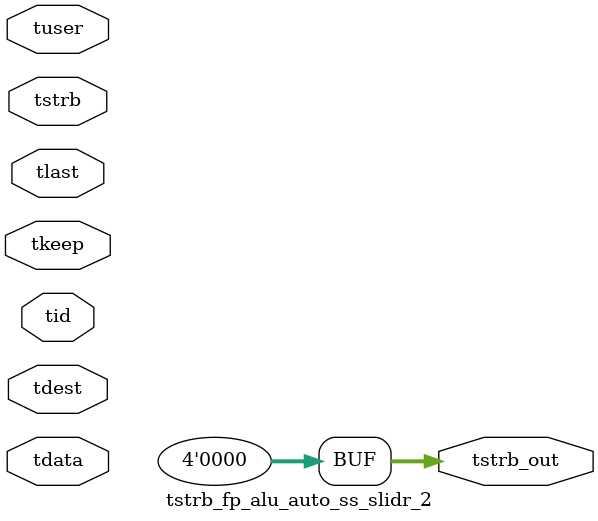
<source format=v>


`timescale 1ps/1ps

module tstrb_fp_alu_auto_ss_slidr_2 #
(
parameter C_S_AXIS_TDATA_WIDTH = 32,
parameter C_S_AXIS_TUSER_WIDTH = 0,
parameter C_S_AXIS_TID_WIDTH   = 0,
parameter C_S_AXIS_TDEST_WIDTH = 0,
parameter C_M_AXIS_TDATA_WIDTH = 32
)
(
input  [(C_S_AXIS_TDATA_WIDTH == 0 ? 1 : C_S_AXIS_TDATA_WIDTH)-1:0     ] tdata,
input  [(C_S_AXIS_TUSER_WIDTH == 0 ? 1 : C_S_AXIS_TUSER_WIDTH)-1:0     ] tuser,
input  [(C_S_AXIS_TID_WIDTH   == 0 ? 1 : C_S_AXIS_TID_WIDTH)-1:0       ] tid,
input  [(C_S_AXIS_TDEST_WIDTH == 0 ? 1 : C_S_AXIS_TDEST_WIDTH)-1:0     ] tdest,
input  [(C_S_AXIS_TDATA_WIDTH/8)-1:0 ] tkeep,
input  [(C_S_AXIS_TDATA_WIDTH/8)-1:0 ] tstrb,
input                                                                    tlast,
output [(C_M_AXIS_TDATA_WIDTH/8)-1:0 ] tstrb_out
);

assign tstrb_out = {1'b0};

endmodule


</source>
